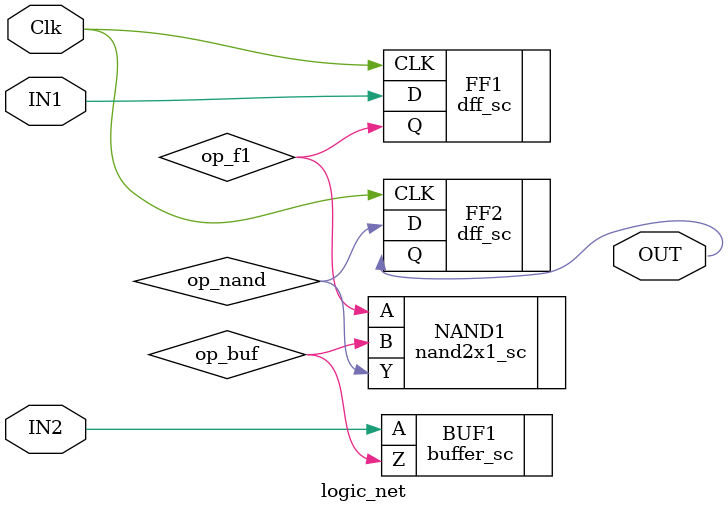
<source format=v>
module logic_net (
    input  wire IN1,
    input  wire IN2,
    input  wire Clk,
    output wire OUT
);

    // Intermediate nets
    wire op_f1, op_nand, op_buf;

    // D‐flip‐flops from your SC library
    // Note: I’m assuming your SC library names them DFF_SC (or DFF_X1_SC)
    dff_sc FF1 (
        .CLK  (Clk),
        .D   (IN1),
        .Q   (op_f1)
    );

    dff_sc FF2 (
        .CLK  (Clk),
        .D   (op_nand),
        .Q   (OUT)
    );

    // Buffered version of IN2
    buffer_sc BUF1 (
        .A   (IN2),
        .Z   (op_buf)
    );

    // 2-input NAND
    nand2x1_sc NAND1 (
        .A  (op_f1),
        .B  (op_buf),
        .Y  (op_nand)
    );

endmodule


</source>
